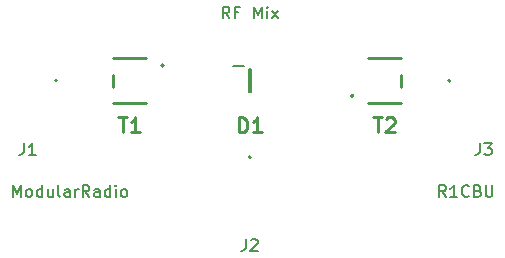
<source format=gbr>
G04 #@! TF.GenerationSoftware,KiCad,Pcbnew,5.1.9-5.1.9*
G04 #@! TF.CreationDate,2021-02-06T16:07:34+03:00*
G04 #@! TF.ProjectId,mix,6d69782e-6b69-4636-9164-5f7063625858,rev?*
G04 #@! TF.SameCoordinates,Original*
G04 #@! TF.FileFunction,Legend,Top*
G04 #@! TF.FilePolarity,Positive*
%FSLAX46Y46*%
G04 Gerber Fmt 4.6, Leading zero omitted, Abs format (unit mm)*
G04 Created by KiCad (PCBNEW 5.1.9-5.1.9) date 2021-02-06 16:07:34*
%MOMM*%
%LPD*%
G01*
G04 APERTURE LIST*
%ADD10C,0.150000*%
%ADD11C,0.200000*%
%ADD12C,0.250000*%
%ADD13C,0.254000*%
G04 APERTURE END LIST*
D10*
X145605714Y-87447380D02*
X145272380Y-86971190D01*
X145034285Y-87447380D02*
X145034285Y-86447380D01*
X145415238Y-86447380D01*
X145510476Y-86495000D01*
X145558095Y-86542619D01*
X145605714Y-86637857D01*
X145605714Y-86780714D01*
X145558095Y-86875952D01*
X145510476Y-86923571D01*
X145415238Y-86971190D01*
X145034285Y-86971190D01*
X146367619Y-86923571D02*
X146034285Y-86923571D01*
X146034285Y-87447380D02*
X146034285Y-86447380D01*
X146510476Y-86447380D01*
X147653333Y-87447380D02*
X147653333Y-86447380D01*
X147986666Y-87161666D01*
X148320000Y-86447380D01*
X148320000Y-87447380D01*
X148796190Y-87447380D02*
X148796190Y-86780714D01*
X148796190Y-86447380D02*
X148748571Y-86495000D01*
X148796190Y-86542619D01*
X148843809Y-86495000D01*
X148796190Y-86447380D01*
X148796190Y-86542619D01*
X149177142Y-87447380D02*
X149700952Y-86780714D01*
X149177142Y-86780714D02*
X149700952Y-87447380D01*
X163917523Y-102560380D02*
X163584190Y-102084190D01*
X163346095Y-102560380D02*
X163346095Y-101560380D01*
X163727047Y-101560380D01*
X163822285Y-101608000D01*
X163869904Y-101655619D01*
X163917523Y-101750857D01*
X163917523Y-101893714D01*
X163869904Y-101988952D01*
X163822285Y-102036571D01*
X163727047Y-102084190D01*
X163346095Y-102084190D01*
X164869904Y-102560380D02*
X164298476Y-102560380D01*
X164584190Y-102560380D02*
X164584190Y-101560380D01*
X164488952Y-101703238D01*
X164393714Y-101798476D01*
X164298476Y-101846095D01*
X165869904Y-102465142D02*
X165822285Y-102512761D01*
X165679428Y-102560380D01*
X165584190Y-102560380D01*
X165441333Y-102512761D01*
X165346095Y-102417523D01*
X165298476Y-102322285D01*
X165250857Y-102131809D01*
X165250857Y-101988952D01*
X165298476Y-101798476D01*
X165346095Y-101703238D01*
X165441333Y-101608000D01*
X165584190Y-101560380D01*
X165679428Y-101560380D01*
X165822285Y-101608000D01*
X165869904Y-101655619D01*
X166631809Y-102036571D02*
X166774666Y-102084190D01*
X166822285Y-102131809D01*
X166869904Y-102227047D01*
X166869904Y-102369904D01*
X166822285Y-102465142D01*
X166774666Y-102512761D01*
X166679428Y-102560380D01*
X166298476Y-102560380D01*
X166298476Y-101560380D01*
X166631809Y-101560380D01*
X166727047Y-101608000D01*
X166774666Y-101655619D01*
X166822285Y-101750857D01*
X166822285Y-101846095D01*
X166774666Y-101941333D01*
X166727047Y-101988952D01*
X166631809Y-102036571D01*
X166298476Y-102036571D01*
X167298476Y-101560380D02*
X167298476Y-102369904D01*
X167346095Y-102465142D01*
X167393714Y-102512761D01*
X167488952Y-102560380D01*
X167679428Y-102560380D01*
X167774666Y-102512761D01*
X167822285Y-102465142D01*
X167869904Y-102369904D01*
X167869904Y-101560380D01*
X127270476Y-102560380D02*
X127270476Y-101560380D01*
X127603809Y-102274666D01*
X127937142Y-101560380D01*
X127937142Y-102560380D01*
X128556190Y-102560380D02*
X128460952Y-102512761D01*
X128413333Y-102465142D01*
X128365714Y-102369904D01*
X128365714Y-102084190D01*
X128413333Y-101988952D01*
X128460952Y-101941333D01*
X128556190Y-101893714D01*
X128699047Y-101893714D01*
X128794285Y-101941333D01*
X128841904Y-101988952D01*
X128889523Y-102084190D01*
X128889523Y-102369904D01*
X128841904Y-102465142D01*
X128794285Y-102512761D01*
X128699047Y-102560380D01*
X128556190Y-102560380D01*
X129746666Y-102560380D02*
X129746666Y-101560380D01*
X129746666Y-102512761D02*
X129651428Y-102560380D01*
X129460952Y-102560380D01*
X129365714Y-102512761D01*
X129318095Y-102465142D01*
X129270476Y-102369904D01*
X129270476Y-102084190D01*
X129318095Y-101988952D01*
X129365714Y-101941333D01*
X129460952Y-101893714D01*
X129651428Y-101893714D01*
X129746666Y-101941333D01*
X130651428Y-101893714D02*
X130651428Y-102560380D01*
X130222857Y-101893714D02*
X130222857Y-102417523D01*
X130270476Y-102512761D01*
X130365714Y-102560380D01*
X130508571Y-102560380D01*
X130603809Y-102512761D01*
X130651428Y-102465142D01*
X131270476Y-102560380D02*
X131175238Y-102512761D01*
X131127619Y-102417523D01*
X131127619Y-101560380D01*
X132080000Y-102560380D02*
X132080000Y-102036571D01*
X132032380Y-101941333D01*
X131937142Y-101893714D01*
X131746666Y-101893714D01*
X131651428Y-101941333D01*
X132080000Y-102512761D02*
X131984761Y-102560380D01*
X131746666Y-102560380D01*
X131651428Y-102512761D01*
X131603809Y-102417523D01*
X131603809Y-102322285D01*
X131651428Y-102227047D01*
X131746666Y-102179428D01*
X131984761Y-102179428D01*
X132080000Y-102131809D01*
X132556190Y-102560380D02*
X132556190Y-101893714D01*
X132556190Y-102084190D02*
X132603809Y-101988952D01*
X132651428Y-101941333D01*
X132746666Y-101893714D01*
X132841904Y-101893714D01*
X133746666Y-102560380D02*
X133413333Y-102084190D01*
X133175238Y-102560380D02*
X133175238Y-101560380D01*
X133556190Y-101560380D01*
X133651428Y-101608000D01*
X133699047Y-101655619D01*
X133746666Y-101750857D01*
X133746666Y-101893714D01*
X133699047Y-101988952D01*
X133651428Y-102036571D01*
X133556190Y-102084190D01*
X133175238Y-102084190D01*
X134603809Y-102560380D02*
X134603809Y-102036571D01*
X134556190Y-101941333D01*
X134460952Y-101893714D01*
X134270476Y-101893714D01*
X134175238Y-101941333D01*
X134603809Y-102512761D02*
X134508571Y-102560380D01*
X134270476Y-102560380D01*
X134175238Y-102512761D01*
X134127619Y-102417523D01*
X134127619Y-102322285D01*
X134175238Y-102227047D01*
X134270476Y-102179428D01*
X134508571Y-102179428D01*
X134603809Y-102131809D01*
X135508571Y-102560380D02*
X135508571Y-101560380D01*
X135508571Y-102512761D02*
X135413333Y-102560380D01*
X135222857Y-102560380D01*
X135127619Y-102512761D01*
X135080000Y-102465142D01*
X135032380Y-102369904D01*
X135032380Y-102084190D01*
X135080000Y-101988952D01*
X135127619Y-101941333D01*
X135222857Y-101893714D01*
X135413333Y-101893714D01*
X135508571Y-101941333D01*
X135984761Y-102560380D02*
X135984761Y-101893714D01*
X135984761Y-101560380D02*
X135937142Y-101608000D01*
X135984761Y-101655619D01*
X136032380Y-101608000D01*
X135984761Y-101560380D01*
X135984761Y-101655619D01*
X136603809Y-102560380D02*
X136508571Y-102512761D01*
X136460952Y-102465142D01*
X136413333Y-102369904D01*
X136413333Y-102084190D01*
X136460952Y-101988952D01*
X136508571Y-101941333D01*
X136603809Y-101893714D01*
X136746666Y-101893714D01*
X136841904Y-101941333D01*
X136889523Y-101988952D01*
X136937142Y-102084190D01*
X136937142Y-102369904D01*
X136889523Y-102465142D01*
X136841904Y-102512761D01*
X136746666Y-102560380D01*
X136603809Y-102560380D01*
D11*
X131024000Y-92710000D02*
G75*
G03*
X131024000Y-92710000I-100000J0D01*
G01*
X147420000Y-99200000D02*
G75*
G03*
X147420000Y-99200000I-100000J0D01*
G01*
X164324000Y-92710000D02*
G75*
G03*
X164324000Y-92710000I-100000J0D01*
G01*
X147220000Y-91710000D02*
X147420000Y-91710000D01*
X147420000Y-91710000D02*
X147420000Y-93710000D01*
X147420000Y-93710000D02*
X147220000Y-93710000D01*
X147220000Y-93710000D02*
X147220000Y-91710000D01*
X145870000Y-91485000D02*
X146870000Y-91485000D01*
D12*
X135765000Y-90805000D02*
X138555000Y-90805000D01*
X138555000Y-94615000D02*
X135765000Y-94615000D01*
X135765000Y-92210000D02*
X135765000Y-93210000D01*
D13*
X139999950Y-91440000D02*
G75*
G03*
X139999950Y-91440000I-63950J0D01*
G01*
X156037950Y-93980000D02*
G75*
G03*
X156037950Y-93980000I-63950J0D01*
G01*
D12*
X160145000Y-93210000D02*
X160145000Y-92210000D01*
X157355000Y-90805000D02*
X160145000Y-90805000D01*
X160145000Y-94615000D02*
X157355000Y-94615000D01*
D10*
X128190666Y-98004380D02*
X128190666Y-98718666D01*
X128143047Y-98861523D01*
X128047809Y-98956761D01*
X127904952Y-99004380D01*
X127809714Y-99004380D01*
X129190666Y-99004380D02*
X128619238Y-99004380D01*
X128904952Y-99004380D02*
X128904952Y-98004380D01*
X128809714Y-98147238D01*
X128714476Y-98242476D01*
X128619238Y-98290095D01*
X146986666Y-106132380D02*
X146986666Y-106846666D01*
X146939047Y-106989523D01*
X146843809Y-107084761D01*
X146700952Y-107132380D01*
X146605714Y-107132380D01*
X147415238Y-106227619D02*
X147462857Y-106180000D01*
X147558095Y-106132380D01*
X147796190Y-106132380D01*
X147891428Y-106180000D01*
X147939047Y-106227619D01*
X147986666Y-106322857D01*
X147986666Y-106418095D01*
X147939047Y-106560952D01*
X147367619Y-107132380D01*
X147986666Y-107132380D01*
X166798666Y-98004380D02*
X166798666Y-98718666D01*
X166751047Y-98861523D01*
X166655809Y-98956761D01*
X166512952Y-99004380D01*
X166417714Y-99004380D01*
X167179619Y-98004380D02*
X167798666Y-98004380D01*
X167465333Y-98385333D01*
X167608190Y-98385333D01*
X167703428Y-98432952D01*
X167751047Y-98480571D01*
X167798666Y-98575809D01*
X167798666Y-98813904D01*
X167751047Y-98909142D01*
X167703428Y-98956761D01*
X167608190Y-99004380D01*
X167322476Y-99004380D01*
X167227238Y-98956761D01*
X167179619Y-98909142D01*
D13*
X146382619Y-97094523D02*
X146382619Y-95824523D01*
X146685000Y-95824523D01*
X146866428Y-95885000D01*
X146987380Y-96005952D01*
X147047857Y-96126904D01*
X147108333Y-96368809D01*
X147108333Y-96550238D01*
X147047857Y-96792142D01*
X146987380Y-96913095D01*
X146866428Y-97034047D01*
X146685000Y-97094523D01*
X146382619Y-97094523D01*
X148317857Y-97094523D02*
X147592142Y-97094523D01*
X147955000Y-97094523D02*
X147955000Y-95824523D01*
X147834047Y-96005952D01*
X147713095Y-96126904D01*
X147592142Y-96187380D01*
X136192380Y-95824523D02*
X136918095Y-95824523D01*
X136555238Y-97094523D02*
X136555238Y-95824523D01*
X138006666Y-97094523D02*
X137280952Y-97094523D01*
X137643809Y-97094523D02*
X137643809Y-95824523D01*
X137522857Y-96005952D01*
X137401904Y-96126904D01*
X137280952Y-96187380D01*
X157782380Y-95824523D02*
X158508095Y-95824523D01*
X158145238Y-97094523D02*
X158145238Y-95824523D01*
X158870952Y-95945476D02*
X158931428Y-95885000D01*
X159052380Y-95824523D01*
X159354761Y-95824523D01*
X159475714Y-95885000D01*
X159536190Y-95945476D01*
X159596666Y-96066428D01*
X159596666Y-96187380D01*
X159536190Y-96368809D01*
X158810476Y-97094523D01*
X159596666Y-97094523D01*
M02*

</source>
